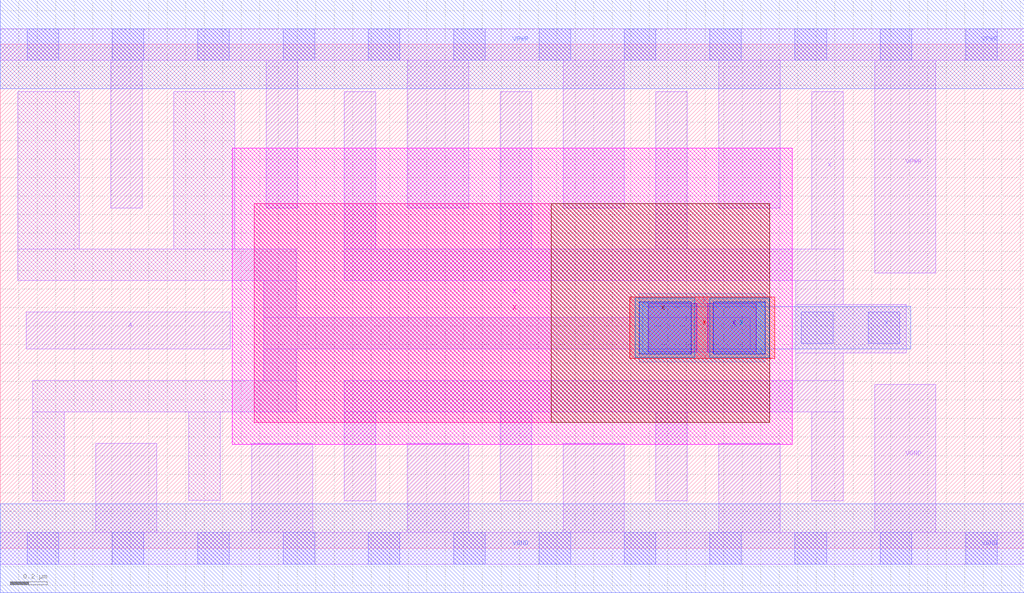
<source format=lef>
# Copyright 2020 The SkyWater PDK Authors
#
# Licensed under the Apache License, Version 2.0 (the "License");
# you may not use this file except in compliance with the License.
# You may obtain a copy of the License at
#
#     https://www.apache.org/licenses/LICENSE-2.0
#
# Unless required by applicable law or agreed to in writing, software
# distributed under the License is distributed on an "AS IS" BASIS,
# WITHOUT WARRANTIES OR CONDITIONS OF ANY KIND, either express or implied.
# See the License for the specific language governing permissions and
# limitations under the License.
#
# SPDX-License-Identifier: Apache-2.0

VERSION 5.7 ;
  NAMESCASESENSITIVE ON ;
  NOWIREEXTENSIONATPIN ON ;
  DIVIDERCHAR "/" ;
  BUSBITCHARS "[]" ;
UNITS
  DATABASE MICRONS 200 ;
END UNITS
MACRO sky130_fd_sc_hd__probe_p_8
  CLASS CORE ;
  SOURCE USER ;
  FOREIGN sky130_fd_sc_hd__probe_p_8 ;
  ORIGIN  0.000000  0.000000 ;
  SIZE  5.520000 BY  2.720000 ;
  SYMMETRY X Y R90 ;
  SITE unithd ;
  PIN A
    ANTENNAGATEAREA  0.742500 ;
    DIRECTION INPUT ;
    USE SIGNAL ;
    PORT
      LAYER li1 ;
        RECT 0.140000 1.075000 1.240000 1.275000 ;
    END
  END A
  PIN X
    ANTENNADIFFAREA  1.782000 ;
    DIRECTION OUTPUT ;
    USE SIGNAL ;
    PORT
      LAYER li1 ;
        RECT 1.855000 0.255000 2.025000 0.735000 ;
        RECT 1.855000 0.735000 4.545000 0.905000 ;
        RECT 1.855000 1.445000 4.545000 1.615000 ;
        RECT 1.855000 1.615000 2.025000 2.465000 ;
        RECT 2.695000 0.255000 2.865000 0.735000 ;
        RECT 2.695000 1.615000 2.865000 2.465000 ;
        RECT 3.535000 0.255000 3.705000 0.735000 ;
        RECT 3.535000 1.615000 3.705000 2.465000 ;
        RECT 4.290000 0.905000 4.545000 1.055000 ;
        RECT 4.290000 1.055000 4.885000 1.315000 ;
        RECT 4.290000 1.315000 4.545000 1.445000 ;
        RECT 4.375000 0.255000 4.545000 0.735000 ;
        RECT 4.375000 1.615000 4.545000 2.465000 ;
      LAYER mcon ;
        RECT 4.320000 1.105000 4.490000 1.275000 ;
        RECT 4.680000 1.105000 4.850000 1.275000 ;
      LAYER met1 ;
        RECT 3.465000 1.060000 4.105000 1.075000 ;
        RECT 3.465000 1.075000 4.910000 1.305000 ;
        RECT 3.465000 1.305000 4.105000 1.320000 ;
      LAYER met2 ;
        RECT 3.445000 1.005000 4.125000 1.375000 ;
      LAYER met3 ;
        RECT 3.395000 1.025000 4.175000 1.355000 ;
      LAYER met4 ;
        RECT 1.370000 0.680000 4.150000 1.860000 ;
      LAYER met5 ;
        RECT 1.250000 0.560000 4.270000 2.160000 ;
      LAYER via ;
        RECT 3.495000 1.060000 3.755000 1.320000 ;
        RECT 3.815000 1.060000 4.075000 1.320000 ;
      LAYER via2 ;
        RECT 3.445000 1.050000 3.725000 1.330000 ;
        RECT 3.845000 1.050000 4.125000 1.330000 ;
      LAYER via3 ;
        RECT 3.425000 1.030000 3.745000 1.350000 ;
        RECT 3.825000 1.030000 4.145000 1.350000 ;
      LAYER via4 ;
        RECT 2.970000 0.680000 4.150000 1.860000 ;
    END
  END X
  PIN VGND
    DIRECTION INOUT ;
    SHAPE ABUTMENT ;
    USE GROUND ;
    PORT
      LAYER li1 ;
        RECT 0.000000 -0.085000 5.520000 0.085000 ;
        RECT 0.515000  0.085000 0.845000 0.565000 ;
        RECT 1.355000  0.085000 1.685000 0.565000 ;
        RECT 2.195000  0.085000 2.525000 0.565000 ;
        RECT 3.035000  0.085000 3.365000 0.565000 ;
        RECT 3.875000  0.085000 4.205000 0.565000 ;
        RECT 4.715000  0.085000 5.045000 0.885000 ;
      LAYER mcon ;
        RECT 0.145000 -0.085000 0.315000 0.085000 ;
        RECT 0.605000 -0.085000 0.775000 0.085000 ;
        RECT 1.065000 -0.085000 1.235000 0.085000 ;
        RECT 1.525000 -0.085000 1.695000 0.085000 ;
        RECT 1.985000 -0.085000 2.155000 0.085000 ;
        RECT 2.445000 -0.085000 2.615000 0.085000 ;
        RECT 2.905000 -0.085000 3.075000 0.085000 ;
        RECT 3.365000 -0.085000 3.535000 0.085000 ;
        RECT 3.825000 -0.085000 3.995000 0.085000 ;
        RECT 4.285000 -0.085000 4.455000 0.085000 ;
        RECT 4.745000 -0.085000 4.915000 0.085000 ;
        RECT 5.205000 -0.085000 5.375000 0.085000 ;
      LAYER met1 ;
        RECT 0.000000 -0.240000 5.520000 0.240000 ;
    END
  END VGND
  PIN VPWR
    DIRECTION INOUT ;
    SHAPE ABUTMENT ;
    USE POWER ;
    PORT
      LAYER li1 ;
        RECT 0.000000 2.635000 5.520000 2.805000 ;
        RECT 0.595000 1.835000 0.765000 2.635000 ;
        RECT 1.435000 1.835000 1.605000 2.635000 ;
        RECT 2.195000 1.835000 2.525000 2.635000 ;
        RECT 3.035000 1.835000 3.365000 2.635000 ;
        RECT 3.875000 1.835000 4.205000 2.635000 ;
        RECT 4.715000 1.485000 5.045000 2.635000 ;
      LAYER mcon ;
        RECT 0.145000 2.635000 0.315000 2.805000 ;
        RECT 0.605000 2.635000 0.775000 2.805000 ;
        RECT 1.065000 2.635000 1.235000 2.805000 ;
        RECT 1.525000 2.635000 1.695000 2.805000 ;
        RECT 1.985000 2.635000 2.155000 2.805000 ;
        RECT 2.445000 2.635000 2.615000 2.805000 ;
        RECT 2.905000 2.635000 3.075000 2.805000 ;
        RECT 3.365000 2.635000 3.535000 2.805000 ;
        RECT 3.825000 2.635000 3.995000 2.805000 ;
        RECT 4.285000 2.635000 4.455000 2.805000 ;
        RECT 4.745000 2.635000 4.915000 2.805000 ;
        RECT 5.205000 2.635000 5.375000 2.805000 ;
      LAYER met1 ;
        RECT 0.000000 2.480000 5.520000 2.960000 ;
    END
  END VPWR
  OBS
    LAYER li1 ;
      RECT 0.095000 1.445000 1.595000 1.615000 ;
      RECT 0.095000 1.615000 0.425000 2.465000 ;
      RECT 0.175000 0.255000 0.345000 0.735000 ;
      RECT 0.175000 0.735000 1.595000 0.905000 ;
      RECT 0.935000 1.615000 1.265000 2.465000 ;
      RECT 1.015000 0.260000 1.185000 0.735000 ;
      RECT 1.420000 0.905000 1.595000 1.075000 ;
      RECT 1.420000 1.075000 4.045000 1.245000 ;
      RECT 1.420000 1.245000 1.595000 1.445000 ;
  END
END sky130_fd_sc_hd__probe_p_8

</source>
